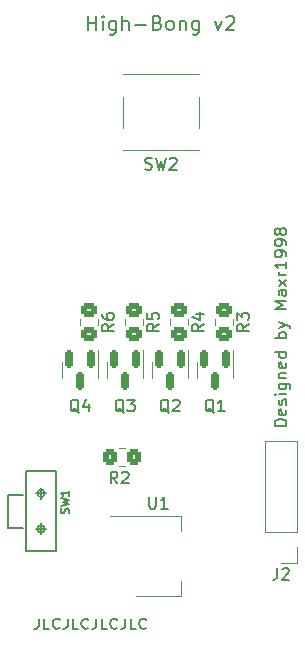
<source format=gto>
G04 #@! TF.GenerationSoftware,KiCad,Pcbnew,(6.0.5)*
G04 #@! TF.CreationDate,2022-05-11T01:06:37+02:00*
G04 #@! TF.ProjectId,HighBong_V2,48696768-426f-46e6-975f-56322e6b6963,rev?*
G04 #@! TF.SameCoordinates,Original*
G04 #@! TF.FileFunction,Legend,Top*
G04 #@! TF.FilePolarity,Positive*
%FSLAX46Y46*%
G04 Gerber Fmt 4.6, Leading zero omitted, Abs format (unit mm)*
G04 Created by KiCad (PCBNEW (6.0.5)) date 2022-05-11 01:06:37*
%MOMM*%
%LPD*%
G01*
G04 APERTURE LIST*
G04 Aperture macros list*
%AMRoundRect*
0 Rectangle with rounded corners*
0 $1 Rounding radius*
0 $2 $3 $4 $5 $6 $7 $8 $9 X,Y pos of 4 corners*
0 Add a 4 corners polygon primitive as box body*
4,1,4,$2,$3,$4,$5,$6,$7,$8,$9,$2,$3,0*
0 Add four circle primitives for the rounded corners*
1,1,$1+$1,$2,$3*
1,1,$1+$1,$4,$5*
1,1,$1+$1,$6,$7*
1,1,$1+$1,$8,$9*
0 Add four rect primitives between the rounded corners*
20,1,$1+$1,$2,$3,$4,$5,0*
20,1,$1+$1,$4,$5,$6,$7,0*
20,1,$1+$1,$6,$7,$8,$9,0*
20,1,$1+$1,$8,$9,$2,$3,0*%
G04 Aperture macros list end*
%ADD10C,0.200000*%
%ADD11C,0.160000*%
%ADD12C,0.150000*%
%ADD13C,0.120000*%
%ADD14C,0.203200*%
%ADD15C,0.127000*%
%ADD16RoundRect,0.250000X-0.350000X-0.450000X0.350000X-0.450000X0.350000X0.450000X-0.350000X0.450000X0*%
%ADD17R,1.700000X1.700000*%
%ADD18O,1.700000X1.700000*%
%ADD19RoundRect,0.150000X-0.150000X0.587500X-0.150000X-0.587500X0.150000X-0.587500X0.150000X0.587500X0*%
%ADD20RoundRect,0.250000X-0.450000X0.350000X-0.450000X-0.350000X0.450000X-0.350000X0.450000X0.350000X0*%
%ADD21R,1.550000X1.300000*%
%ADD22R,1.498600X0.698500*%
%ADD23R,0.797560X0.998220*%
%ADD24R,2.000000X1.500000*%
%ADD25R,2.000000X3.800000*%
G04 APERTURE END LIST*
D10*
X105828571Y-103042857D02*
X105828571Y-101842857D01*
X105828571Y-102414285D02*
X106514285Y-102414285D01*
X106514285Y-103042857D02*
X106514285Y-101842857D01*
X107085714Y-103042857D02*
X107085714Y-102242857D01*
X107085714Y-101842857D02*
X107028571Y-101900000D01*
X107085714Y-101957142D01*
X107142857Y-101900000D01*
X107085714Y-101842857D01*
X107085714Y-101957142D01*
X108171428Y-102242857D02*
X108171428Y-103214285D01*
X108114285Y-103328571D01*
X108057142Y-103385714D01*
X107942857Y-103442857D01*
X107771428Y-103442857D01*
X107657142Y-103385714D01*
X108171428Y-102985714D02*
X108057142Y-103042857D01*
X107828571Y-103042857D01*
X107714285Y-102985714D01*
X107657142Y-102928571D01*
X107600000Y-102814285D01*
X107600000Y-102471428D01*
X107657142Y-102357142D01*
X107714285Y-102300000D01*
X107828571Y-102242857D01*
X108057142Y-102242857D01*
X108171428Y-102300000D01*
X108742857Y-103042857D02*
X108742857Y-101842857D01*
X109257142Y-103042857D02*
X109257142Y-102414285D01*
X109200000Y-102300000D01*
X109085714Y-102242857D01*
X108914285Y-102242857D01*
X108800000Y-102300000D01*
X108742857Y-102357142D01*
X109828571Y-102585714D02*
X110742857Y-102585714D01*
X111714285Y-102414285D02*
X111885714Y-102471428D01*
X111942857Y-102528571D01*
X112000000Y-102642857D01*
X112000000Y-102814285D01*
X111942857Y-102928571D01*
X111885714Y-102985714D01*
X111771428Y-103042857D01*
X111314285Y-103042857D01*
X111314285Y-101842857D01*
X111714285Y-101842857D01*
X111828571Y-101900000D01*
X111885714Y-101957142D01*
X111942857Y-102071428D01*
X111942857Y-102185714D01*
X111885714Y-102300000D01*
X111828571Y-102357142D01*
X111714285Y-102414285D01*
X111314285Y-102414285D01*
X112685714Y-103042857D02*
X112571428Y-102985714D01*
X112514285Y-102928571D01*
X112457142Y-102814285D01*
X112457142Y-102471428D01*
X112514285Y-102357142D01*
X112571428Y-102300000D01*
X112685714Y-102242857D01*
X112857142Y-102242857D01*
X112971428Y-102300000D01*
X113028571Y-102357142D01*
X113085714Y-102471428D01*
X113085714Y-102814285D01*
X113028571Y-102928571D01*
X112971428Y-102985714D01*
X112857142Y-103042857D01*
X112685714Y-103042857D01*
X113600000Y-102242857D02*
X113600000Y-103042857D01*
X113600000Y-102357142D02*
X113657142Y-102300000D01*
X113771428Y-102242857D01*
X113942857Y-102242857D01*
X114057142Y-102300000D01*
X114114285Y-102414285D01*
X114114285Y-103042857D01*
X115200000Y-102242857D02*
X115200000Y-103214285D01*
X115142857Y-103328571D01*
X115085714Y-103385714D01*
X114971428Y-103442857D01*
X114800000Y-103442857D01*
X114685714Y-103385714D01*
X115200000Y-102985714D02*
X115085714Y-103042857D01*
X114857142Y-103042857D01*
X114742857Y-102985714D01*
X114685714Y-102928571D01*
X114628571Y-102814285D01*
X114628571Y-102471428D01*
X114685714Y-102357142D01*
X114742857Y-102300000D01*
X114857142Y-102242857D01*
X115085714Y-102242857D01*
X115200000Y-102300000D01*
X116571428Y-102242857D02*
X116857142Y-103042857D01*
X117142857Y-102242857D01*
X117542857Y-101957142D02*
X117600000Y-101900000D01*
X117714285Y-101842857D01*
X118000000Y-101842857D01*
X118114285Y-101900000D01*
X118171428Y-101957142D01*
X118228571Y-102071428D01*
X118228571Y-102185714D01*
X118171428Y-102357142D01*
X117485714Y-103042857D01*
X118228571Y-103042857D01*
D11*
X101656904Y-152874323D02*
X101656904Y-153481466D01*
X101611666Y-153602895D01*
X101521190Y-153683847D01*
X101385476Y-153724323D01*
X101295000Y-153724323D01*
X102561666Y-153724323D02*
X102109285Y-153724323D01*
X102109285Y-152874323D01*
X103421190Y-153643371D02*
X103375952Y-153683847D01*
X103240238Y-153724323D01*
X103149761Y-153724323D01*
X103014047Y-153683847D01*
X102923571Y-153602895D01*
X102878333Y-153521942D01*
X102833095Y-153360038D01*
X102833095Y-153238609D01*
X102878333Y-153076704D01*
X102923571Y-152995752D01*
X103014047Y-152914800D01*
X103149761Y-152874323D01*
X103240238Y-152874323D01*
X103375952Y-152914800D01*
X103421190Y-152955276D01*
X104099761Y-152874323D02*
X104099761Y-153481466D01*
X104054523Y-153602895D01*
X103964047Y-153683847D01*
X103828333Y-153724323D01*
X103737857Y-153724323D01*
X105004523Y-153724323D02*
X104552142Y-153724323D01*
X104552142Y-152874323D01*
X105864047Y-153643371D02*
X105818809Y-153683847D01*
X105683095Y-153724323D01*
X105592619Y-153724323D01*
X105456904Y-153683847D01*
X105366428Y-153602895D01*
X105321190Y-153521942D01*
X105275952Y-153360038D01*
X105275952Y-153238609D01*
X105321190Y-153076704D01*
X105366428Y-152995752D01*
X105456904Y-152914800D01*
X105592619Y-152874323D01*
X105683095Y-152874323D01*
X105818809Y-152914800D01*
X105864047Y-152955276D01*
X106542619Y-152874323D02*
X106542619Y-153481466D01*
X106497380Y-153602895D01*
X106406904Y-153683847D01*
X106271190Y-153724323D01*
X106180714Y-153724323D01*
X107447380Y-153724323D02*
X106995000Y-153724323D01*
X106995000Y-152874323D01*
X108306904Y-153643371D02*
X108261666Y-153683847D01*
X108125952Y-153724323D01*
X108035476Y-153724323D01*
X107899761Y-153683847D01*
X107809285Y-153602895D01*
X107764047Y-153521942D01*
X107718809Y-153360038D01*
X107718809Y-153238609D01*
X107764047Y-153076704D01*
X107809285Y-152995752D01*
X107899761Y-152914800D01*
X108035476Y-152874323D01*
X108125952Y-152874323D01*
X108261666Y-152914800D01*
X108306904Y-152955276D01*
X108985476Y-152874323D02*
X108985476Y-153481466D01*
X108940238Y-153602895D01*
X108849761Y-153683847D01*
X108714047Y-153724323D01*
X108623571Y-153724323D01*
X109890238Y-153724323D02*
X109437857Y-153724323D01*
X109437857Y-152874323D01*
X110749761Y-153643371D02*
X110704523Y-153683847D01*
X110568809Y-153724323D01*
X110478333Y-153724323D01*
X110342619Y-153683847D01*
X110252142Y-153602895D01*
X110206904Y-153521942D01*
X110161666Y-153360038D01*
X110161666Y-153238609D01*
X110206904Y-153076704D01*
X110252142Y-152995752D01*
X110342619Y-152914800D01*
X110478333Y-152874323D01*
X110568809Y-152874323D01*
X110704523Y-152914800D01*
X110749761Y-152955276D01*
X122627380Y-136557142D02*
X121627380Y-136557142D01*
X121627380Y-136319047D01*
X121675000Y-136176190D01*
X121770238Y-136080952D01*
X121865476Y-136033333D01*
X122055952Y-135985714D01*
X122198809Y-135985714D01*
X122389285Y-136033333D01*
X122484523Y-136080952D01*
X122579761Y-136176190D01*
X122627380Y-136319047D01*
X122627380Y-136557142D01*
X122579761Y-135176190D02*
X122627380Y-135271428D01*
X122627380Y-135461904D01*
X122579761Y-135557142D01*
X122484523Y-135604761D01*
X122103571Y-135604761D01*
X122008333Y-135557142D01*
X121960714Y-135461904D01*
X121960714Y-135271428D01*
X122008333Y-135176190D01*
X122103571Y-135128571D01*
X122198809Y-135128571D01*
X122294047Y-135604761D01*
X122579761Y-134747619D02*
X122627380Y-134652380D01*
X122627380Y-134461904D01*
X122579761Y-134366666D01*
X122484523Y-134319047D01*
X122436904Y-134319047D01*
X122341666Y-134366666D01*
X122294047Y-134461904D01*
X122294047Y-134604761D01*
X122246428Y-134700000D01*
X122151190Y-134747619D01*
X122103571Y-134747619D01*
X122008333Y-134700000D01*
X121960714Y-134604761D01*
X121960714Y-134461904D01*
X122008333Y-134366666D01*
X122627380Y-133890476D02*
X121960714Y-133890476D01*
X121627380Y-133890476D02*
X121675000Y-133938095D01*
X121722619Y-133890476D01*
X121675000Y-133842857D01*
X121627380Y-133890476D01*
X121722619Y-133890476D01*
X121960714Y-132985714D02*
X122770238Y-132985714D01*
X122865476Y-133033333D01*
X122913095Y-133080952D01*
X122960714Y-133176190D01*
X122960714Y-133319047D01*
X122913095Y-133414285D01*
X122579761Y-132985714D02*
X122627380Y-133080952D01*
X122627380Y-133271428D01*
X122579761Y-133366666D01*
X122532142Y-133414285D01*
X122436904Y-133461904D01*
X122151190Y-133461904D01*
X122055952Y-133414285D01*
X122008333Y-133366666D01*
X121960714Y-133271428D01*
X121960714Y-133080952D01*
X122008333Y-132985714D01*
X121960714Y-132509523D02*
X122627380Y-132509523D01*
X122055952Y-132509523D02*
X122008333Y-132461904D01*
X121960714Y-132366666D01*
X121960714Y-132223809D01*
X122008333Y-132128571D01*
X122103571Y-132080952D01*
X122627380Y-132080952D01*
X122579761Y-131223809D02*
X122627380Y-131319047D01*
X122627380Y-131509523D01*
X122579761Y-131604761D01*
X122484523Y-131652380D01*
X122103571Y-131652380D01*
X122008333Y-131604761D01*
X121960714Y-131509523D01*
X121960714Y-131319047D01*
X122008333Y-131223809D01*
X122103571Y-131176190D01*
X122198809Y-131176190D01*
X122294047Y-131652380D01*
X122627380Y-130319047D02*
X121627380Y-130319047D01*
X122579761Y-130319047D02*
X122627380Y-130414285D01*
X122627380Y-130604761D01*
X122579761Y-130700000D01*
X122532142Y-130747619D01*
X122436904Y-130795238D01*
X122151190Y-130795238D01*
X122055952Y-130747619D01*
X122008333Y-130700000D01*
X121960714Y-130604761D01*
X121960714Y-130414285D01*
X122008333Y-130319047D01*
X122627380Y-129080952D02*
X121627380Y-129080952D01*
X122008333Y-129080952D02*
X121960714Y-128985714D01*
X121960714Y-128795238D01*
X122008333Y-128700000D01*
X122055952Y-128652380D01*
X122151190Y-128604761D01*
X122436904Y-128604761D01*
X122532142Y-128652380D01*
X122579761Y-128700000D01*
X122627380Y-128795238D01*
X122627380Y-128985714D01*
X122579761Y-129080952D01*
X121960714Y-128271428D02*
X122627380Y-128033333D01*
X121960714Y-127795238D02*
X122627380Y-128033333D01*
X122865476Y-128128571D01*
X122913095Y-128176190D01*
X122960714Y-128271428D01*
X122627380Y-126652380D02*
X121627380Y-126652380D01*
X122341666Y-126319047D01*
X121627380Y-125985714D01*
X122627380Y-125985714D01*
X122627380Y-125080952D02*
X122103571Y-125080952D01*
X122008333Y-125128571D01*
X121960714Y-125223809D01*
X121960714Y-125414285D01*
X122008333Y-125509523D01*
X122579761Y-125080952D02*
X122627380Y-125176190D01*
X122627380Y-125414285D01*
X122579761Y-125509523D01*
X122484523Y-125557142D01*
X122389285Y-125557142D01*
X122294047Y-125509523D01*
X122246428Y-125414285D01*
X122246428Y-125176190D01*
X122198809Y-125080952D01*
X122627380Y-124700000D02*
X121960714Y-124176190D01*
X121960714Y-124700000D02*
X122627380Y-124176190D01*
X122627380Y-123795238D02*
X121960714Y-123795238D01*
X122151190Y-123795238D02*
X122055952Y-123747619D01*
X122008333Y-123700000D01*
X121960714Y-123604761D01*
X121960714Y-123509523D01*
X122627380Y-122652380D02*
X122627380Y-123223809D01*
X122627380Y-122938095D02*
X121627380Y-122938095D01*
X121770238Y-123033333D01*
X121865476Y-123128571D01*
X121913095Y-123223809D01*
X122627380Y-122176190D02*
X122627380Y-121985714D01*
X122579761Y-121890476D01*
X122532142Y-121842857D01*
X122389285Y-121747619D01*
X122198809Y-121700000D01*
X121817857Y-121700000D01*
X121722619Y-121747619D01*
X121675000Y-121795238D01*
X121627380Y-121890476D01*
X121627380Y-122080952D01*
X121675000Y-122176190D01*
X121722619Y-122223809D01*
X121817857Y-122271428D01*
X122055952Y-122271428D01*
X122151190Y-122223809D01*
X122198809Y-122176190D01*
X122246428Y-122080952D01*
X122246428Y-121890476D01*
X122198809Y-121795238D01*
X122151190Y-121747619D01*
X122055952Y-121700000D01*
X122627380Y-121223809D02*
X122627380Y-121033333D01*
X122579761Y-120938095D01*
X122532142Y-120890476D01*
X122389285Y-120795238D01*
X122198809Y-120747619D01*
X121817857Y-120747619D01*
X121722619Y-120795238D01*
X121675000Y-120842857D01*
X121627380Y-120938095D01*
X121627380Y-121128571D01*
X121675000Y-121223809D01*
X121722619Y-121271428D01*
X121817857Y-121319047D01*
X122055952Y-121319047D01*
X122151190Y-121271428D01*
X122198809Y-121223809D01*
X122246428Y-121128571D01*
X122246428Y-120938095D01*
X122198809Y-120842857D01*
X122151190Y-120795238D01*
X122055952Y-120747619D01*
X122055952Y-120176190D02*
X122008333Y-120271428D01*
X121960714Y-120319047D01*
X121865476Y-120366666D01*
X121817857Y-120366666D01*
X121722619Y-120319047D01*
X121675000Y-120271428D01*
X121627380Y-120176190D01*
X121627380Y-119985714D01*
X121675000Y-119890476D01*
X121722619Y-119842857D01*
X121817857Y-119795238D01*
X121865476Y-119795238D01*
X121960714Y-119842857D01*
X122008333Y-119890476D01*
X122055952Y-119985714D01*
X122055952Y-120176190D01*
X122103571Y-120271428D01*
X122151190Y-120319047D01*
X122246428Y-120366666D01*
X122436904Y-120366666D01*
X122532142Y-120319047D01*
X122579761Y-120271428D01*
X122627380Y-120176190D01*
X122627380Y-119985714D01*
X122579761Y-119890476D01*
X122532142Y-119842857D01*
X122436904Y-119795238D01*
X122246428Y-119795238D01*
X122151190Y-119842857D01*
X122103571Y-119890476D01*
X122055952Y-119985714D01*
D12*
X108318269Y-141422380D02*
X107984936Y-140946190D01*
X107746840Y-141422380D02*
X107746840Y-140422380D01*
X108127793Y-140422380D01*
X108223031Y-140470000D01*
X108270650Y-140517619D01*
X108318269Y-140612857D01*
X108318269Y-140755714D01*
X108270650Y-140850952D01*
X108223031Y-140898571D01*
X108127793Y-140946190D01*
X107746840Y-140946190D01*
X108699221Y-140517619D02*
X108746840Y-140470000D01*
X108842078Y-140422380D01*
X109080174Y-140422380D01*
X109175412Y-140470000D01*
X109223031Y-140517619D01*
X109270650Y-140612857D01*
X109270650Y-140708095D01*
X109223031Y-140850952D01*
X108651602Y-141422380D01*
X109270650Y-141422380D01*
X121840666Y-148584380D02*
X121840666Y-149298666D01*
X121793047Y-149441523D01*
X121697809Y-149536761D01*
X121554952Y-149584380D01*
X121459714Y-149584380D01*
X122269238Y-148679619D02*
X122316857Y-148632000D01*
X122412095Y-148584380D01*
X122650190Y-148584380D01*
X122745428Y-148632000D01*
X122793047Y-148679619D01*
X122840666Y-148774857D01*
X122840666Y-148870095D01*
X122793047Y-149012952D01*
X122221619Y-149584380D01*
X122840666Y-149584380D01*
X108870761Y-135421619D02*
X108775523Y-135374000D01*
X108680285Y-135278761D01*
X108537428Y-135135904D01*
X108442190Y-135088285D01*
X108346952Y-135088285D01*
X108394571Y-135326380D02*
X108299333Y-135278761D01*
X108204095Y-135183523D01*
X108156476Y-134993047D01*
X108156476Y-134659714D01*
X108204095Y-134469238D01*
X108299333Y-134374000D01*
X108394571Y-134326380D01*
X108585047Y-134326380D01*
X108680285Y-134374000D01*
X108775523Y-134469238D01*
X108823142Y-134659714D01*
X108823142Y-134993047D01*
X108775523Y-135183523D01*
X108680285Y-135278761D01*
X108585047Y-135326380D01*
X108394571Y-135326380D01*
X109156476Y-134326380D02*
X109775523Y-134326380D01*
X109442190Y-134707333D01*
X109585047Y-134707333D01*
X109680285Y-134754952D01*
X109727904Y-134802571D01*
X109775523Y-134897809D01*
X109775523Y-135135904D01*
X109727904Y-135231142D01*
X109680285Y-135278761D01*
X109585047Y-135326380D01*
X109299333Y-135326380D01*
X109204095Y-135278761D01*
X109156476Y-135231142D01*
X115640380Y-127928666D02*
X115164190Y-128262000D01*
X115640380Y-128500095D02*
X114640380Y-128500095D01*
X114640380Y-128119142D01*
X114688000Y-128023904D01*
X114735619Y-127976285D01*
X114830857Y-127928666D01*
X114973714Y-127928666D01*
X115068952Y-127976285D01*
X115116571Y-128023904D01*
X115164190Y-128119142D01*
X115164190Y-128500095D01*
X114973714Y-127071523D02*
X115640380Y-127071523D01*
X114592761Y-127309619D02*
X115307047Y-127547714D01*
X115307047Y-126928666D01*
X110666666Y-114804761D02*
X110809523Y-114852380D01*
X111047619Y-114852380D01*
X111142857Y-114804761D01*
X111190476Y-114757142D01*
X111238095Y-114661904D01*
X111238095Y-114566666D01*
X111190476Y-114471428D01*
X111142857Y-114423809D01*
X111047619Y-114376190D01*
X110857142Y-114328571D01*
X110761904Y-114280952D01*
X110714285Y-114233333D01*
X110666666Y-114138095D01*
X110666666Y-114042857D01*
X110714285Y-113947619D01*
X110761904Y-113900000D01*
X110857142Y-113852380D01*
X111095238Y-113852380D01*
X111238095Y-113900000D01*
X111571428Y-113852380D02*
X111809523Y-114852380D01*
X112000000Y-114138095D01*
X112190476Y-114852380D01*
X112428571Y-113852380D01*
X112761904Y-113947619D02*
X112809523Y-113900000D01*
X112904761Y-113852380D01*
X113142857Y-113852380D01*
X113238095Y-113900000D01*
X113285714Y-113947619D01*
X113333333Y-114042857D01*
X113333333Y-114138095D01*
X113285714Y-114280952D01*
X112714285Y-114852380D01*
X113333333Y-114852380D01*
X111830380Y-127912666D02*
X111354190Y-128246000D01*
X111830380Y-128484095D02*
X110830380Y-128484095D01*
X110830380Y-128103142D01*
X110878000Y-128007904D01*
X110925619Y-127960285D01*
X111020857Y-127912666D01*
X111163714Y-127912666D01*
X111258952Y-127960285D01*
X111306571Y-128007904D01*
X111354190Y-128103142D01*
X111354190Y-128484095D01*
X110830380Y-127007904D02*
X110830380Y-127484095D01*
X111306571Y-127531714D01*
X111258952Y-127484095D01*
X111211333Y-127388857D01*
X111211333Y-127150761D01*
X111258952Y-127055523D01*
X111306571Y-127007904D01*
X111401809Y-126960285D01*
X111639904Y-126960285D01*
X111735142Y-127007904D01*
X111782761Y-127055523D01*
X111830380Y-127150761D01*
X111830380Y-127388857D01*
X111782761Y-127484095D01*
X111735142Y-127531714D01*
X104183333Y-143933333D02*
X104216666Y-143833333D01*
X104216666Y-143666666D01*
X104183333Y-143600000D01*
X104150000Y-143566666D01*
X104083333Y-143533333D01*
X104016666Y-143533333D01*
X103950000Y-143566666D01*
X103916666Y-143600000D01*
X103883333Y-143666666D01*
X103850000Y-143800000D01*
X103816666Y-143866666D01*
X103783333Y-143900000D01*
X103716666Y-143933333D01*
X103650000Y-143933333D01*
X103583333Y-143900000D01*
X103550000Y-143866666D01*
X103516666Y-143800000D01*
X103516666Y-143633333D01*
X103550000Y-143533333D01*
X103516666Y-143300000D02*
X104216666Y-143133333D01*
X103716666Y-143000000D01*
X104216666Y-142866666D01*
X103516666Y-142700000D01*
X104216666Y-142066666D02*
X104216666Y-142466666D01*
X104216666Y-142266666D02*
X103516666Y-142266666D01*
X103616666Y-142333333D01*
X103683333Y-142400000D01*
X103716666Y-142466666D01*
X108020380Y-127928666D02*
X107544190Y-128262000D01*
X108020380Y-128500095D02*
X107020380Y-128500095D01*
X107020380Y-128119142D01*
X107068000Y-128023904D01*
X107115619Y-127976285D01*
X107210857Y-127928666D01*
X107353714Y-127928666D01*
X107448952Y-127976285D01*
X107496571Y-128023904D01*
X107544190Y-128119142D01*
X107544190Y-128500095D01*
X107020380Y-127071523D02*
X107020380Y-127262000D01*
X107068000Y-127357238D01*
X107115619Y-127404857D01*
X107258476Y-127500095D01*
X107448952Y-127547714D01*
X107829904Y-127547714D01*
X107925142Y-127500095D01*
X107972761Y-127452476D01*
X108020380Y-127357238D01*
X108020380Y-127166761D01*
X107972761Y-127071523D01*
X107925142Y-127023904D01*
X107829904Y-126976285D01*
X107591809Y-126976285D01*
X107496571Y-127023904D01*
X107448952Y-127071523D01*
X107401333Y-127166761D01*
X107401333Y-127357238D01*
X107448952Y-127452476D01*
X107496571Y-127500095D01*
X107591809Y-127547714D01*
X110998095Y-142552380D02*
X110998095Y-143361904D01*
X111045714Y-143457142D01*
X111093333Y-143504761D01*
X111188571Y-143552380D01*
X111379047Y-143552380D01*
X111474285Y-143504761D01*
X111521904Y-143457142D01*
X111569523Y-143361904D01*
X111569523Y-142552380D01*
X112569523Y-143552380D02*
X111998095Y-143552380D01*
X112283809Y-143552380D02*
X112283809Y-142552380D01*
X112188571Y-142695238D01*
X112093333Y-142790476D01*
X111998095Y-142838095D01*
X105060761Y-135421619D02*
X104965523Y-135374000D01*
X104870285Y-135278761D01*
X104727428Y-135135904D01*
X104632190Y-135088285D01*
X104536952Y-135088285D01*
X104584571Y-135326380D02*
X104489333Y-135278761D01*
X104394095Y-135183523D01*
X104346476Y-134993047D01*
X104346476Y-134659714D01*
X104394095Y-134469238D01*
X104489333Y-134374000D01*
X104584571Y-134326380D01*
X104775047Y-134326380D01*
X104870285Y-134374000D01*
X104965523Y-134469238D01*
X105013142Y-134659714D01*
X105013142Y-134993047D01*
X104965523Y-135183523D01*
X104870285Y-135278761D01*
X104775047Y-135326380D01*
X104584571Y-135326380D01*
X105870285Y-134659714D02*
X105870285Y-135326380D01*
X105632190Y-134278761D02*
X105394095Y-134993047D01*
X106013142Y-134993047D01*
X112680761Y-135421619D02*
X112585523Y-135374000D01*
X112490285Y-135278761D01*
X112347428Y-135135904D01*
X112252190Y-135088285D01*
X112156952Y-135088285D01*
X112204571Y-135326380D02*
X112109333Y-135278761D01*
X112014095Y-135183523D01*
X111966476Y-134993047D01*
X111966476Y-134659714D01*
X112014095Y-134469238D01*
X112109333Y-134374000D01*
X112204571Y-134326380D01*
X112395047Y-134326380D01*
X112490285Y-134374000D01*
X112585523Y-134469238D01*
X112633142Y-134659714D01*
X112633142Y-134993047D01*
X112585523Y-135183523D01*
X112490285Y-135278761D01*
X112395047Y-135326380D01*
X112204571Y-135326380D01*
X113014095Y-134421619D02*
X113061714Y-134374000D01*
X113156952Y-134326380D01*
X113395047Y-134326380D01*
X113490285Y-134374000D01*
X113537904Y-134421619D01*
X113585523Y-134516857D01*
X113585523Y-134612095D01*
X113537904Y-134754952D01*
X112966476Y-135326380D01*
X113585523Y-135326380D01*
X116490761Y-135421619D02*
X116395523Y-135374000D01*
X116300285Y-135278761D01*
X116157428Y-135135904D01*
X116062190Y-135088285D01*
X115966952Y-135088285D01*
X116014571Y-135326380D02*
X115919333Y-135278761D01*
X115824095Y-135183523D01*
X115776476Y-134993047D01*
X115776476Y-134659714D01*
X115824095Y-134469238D01*
X115919333Y-134374000D01*
X116014571Y-134326380D01*
X116205047Y-134326380D01*
X116300285Y-134374000D01*
X116395523Y-134469238D01*
X116443142Y-134659714D01*
X116443142Y-134993047D01*
X116395523Y-135183523D01*
X116300285Y-135278761D01*
X116205047Y-135326380D01*
X116014571Y-135326380D01*
X117395523Y-135326380D02*
X116824095Y-135326380D01*
X117109809Y-135326380D02*
X117109809Y-134326380D01*
X117014571Y-134469238D01*
X116919333Y-134564476D01*
X116824095Y-134612095D01*
X119450380Y-127928666D02*
X118974190Y-128262000D01*
X119450380Y-128500095D02*
X118450380Y-128500095D01*
X118450380Y-128119142D01*
X118498000Y-128023904D01*
X118545619Y-127976285D01*
X118640857Y-127928666D01*
X118783714Y-127928666D01*
X118878952Y-127976285D01*
X118926571Y-128023904D01*
X118974190Y-128119142D01*
X118974190Y-128500095D01*
X118450380Y-127595333D02*
X118450380Y-126976285D01*
X118831333Y-127309619D01*
X118831333Y-127166761D01*
X118878952Y-127071523D01*
X118926571Y-127023904D01*
X119021809Y-126976285D01*
X119259904Y-126976285D01*
X119355142Y-127023904D01*
X119402761Y-127071523D01*
X119450380Y-127166761D01*
X119450380Y-127452476D01*
X119402761Y-127547714D01*
X119355142Y-127595333D01*
D13*
X108484936Y-138457000D02*
X108939064Y-138457000D01*
X108484936Y-139927000D02*
X108939064Y-139927000D01*
X123504000Y-148132000D02*
X122174000Y-148132000D01*
X123504000Y-137852000D02*
X120844000Y-137852000D01*
X123504000Y-146802000D02*
X123504000Y-148132000D01*
X123504000Y-145532000D02*
X120844000Y-145532000D01*
X123504000Y-145532000D02*
X123504000Y-137852000D01*
X120844000Y-145532000D02*
X120844000Y-137852000D01*
X110526000Y-131826000D02*
X110526000Y-132476000D01*
X107406000Y-131826000D02*
X107406000Y-132476000D01*
X107406000Y-131826000D02*
X107406000Y-131176000D01*
X110526000Y-131826000D02*
X110526000Y-130151000D01*
X114273000Y-127534936D02*
X114273000Y-127989064D01*
X112803000Y-127534936D02*
X112803000Y-127989064D01*
X115230000Y-106770000D02*
X115230000Y-106800000D01*
X108770000Y-113230000D02*
X108770000Y-113200000D01*
X108770000Y-106770000D02*
X108770000Y-106800000D01*
X115230000Y-113230000D02*
X108770000Y-113230000D01*
X115230000Y-113200000D02*
X115230000Y-113230000D01*
X108770000Y-111300000D02*
X108770000Y-108700000D01*
X115230000Y-111300000D02*
X115230000Y-108700000D01*
X115230000Y-106770000D02*
X108770000Y-106770000D01*
X110463000Y-127518936D02*
X110463000Y-127973064D01*
X108993000Y-127518936D02*
X108993000Y-127973064D01*
D14*
X103151940Y-147111720D02*
X100556060Y-147111720D01*
D15*
X101854000Y-141815820D02*
X101854000Y-142714980D01*
D14*
X100556060Y-140416280D02*
X103151940Y-140416280D01*
D15*
X100355400Y-145163540D02*
X99054920Y-145163540D01*
D14*
X103151940Y-140416280D02*
X103151940Y-147111720D01*
D15*
X99054920Y-142364460D02*
X100355400Y-142364460D01*
X101404420Y-145262600D02*
X102303580Y-145262600D01*
D14*
X100556060Y-147111720D02*
X100556060Y-140416280D01*
D15*
X101854000Y-144813020D02*
X101854000Y-145712180D01*
X99054920Y-145163540D02*
X99054920Y-142364460D01*
X101404420Y-142265400D02*
X102303580Y-142265400D01*
X102170105Y-145262600D02*
G75*
G03*
X102170105Y-145262600I-316105J0D01*
G01*
X102170105Y-142265400D02*
G75*
G03*
X102170105Y-142265400I-316105J0D01*
G01*
D13*
X106653000Y-127534936D02*
X106653000Y-127989064D01*
X105183000Y-127534936D02*
X105183000Y-127989064D01*
X109910000Y-150984000D02*
X113670000Y-150984000D01*
X107660000Y-144164000D02*
X113670000Y-144164000D01*
X113670000Y-144164000D02*
X113670000Y-145424000D01*
X113670000Y-150984000D02*
X113670000Y-149724000D01*
X103596000Y-131826000D02*
X103596000Y-132476000D01*
X106716000Y-131826000D02*
X106716000Y-132476000D01*
X103596000Y-131826000D02*
X103596000Y-131176000D01*
X106716000Y-131826000D02*
X106716000Y-130151000D01*
X114336000Y-131826000D02*
X114336000Y-130151000D01*
X111216000Y-131826000D02*
X111216000Y-131176000D01*
X114336000Y-131826000D02*
X114336000Y-132476000D01*
X111216000Y-131826000D02*
X111216000Y-132476000D01*
X118146000Y-131826000D02*
X118146000Y-130151000D01*
X118146000Y-131826000D02*
X118146000Y-132476000D01*
X115026000Y-131826000D02*
X115026000Y-132476000D01*
X115026000Y-131826000D02*
X115026000Y-131176000D01*
X118083000Y-127534936D02*
X118083000Y-127989064D01*
X116613000Y-127534936D02*
X116613000Y-127989064D01*
%LPC*%
D16*
X107712000Y-139192000D03*
X109712000Y-139192000D03*
D17*
X122174000Y-146802000D03*
D18*
X122174000Y-144262000D03*
X122174000Y-141722000D03*
X122174000Y-139182000D03*
D19*
X109916000Y-130888500D03*
X108016000Y-130888500D03*
X108966000Y-132763500D03*
D20*
X113538000Y-126762000D03*
X113538000Y-128762000D03*
D21*
X108025000Y-112250000D03*
X115975000Y-112250000D03*
X115975000Y-107750000D03*
X108025000Y-107750000D03*
D20*
X109728000Y-126746000D03*
X109728000Y-128746000D03*
D22*
X104101900Y-141516100D03*
X104101900Y-144513300D03*
X104101900Y-146011900D03*
D23*
X102953820Y-139616180D03*
X100754180Y-147911820D03*
X100754180Y-139616180D03*
X102953820Y-147911820D03*
D20*
X105918000Y-126762000D03*
X105918000Y-128762000D03*
D24*
X108610000Y-145274000D03*
X108610000Y-147574000D03*
D25*
X114910000Y-147574000D03*
D24*
X108610000Y-149874000D03*
D19*
X106106000Y-130888500D03*
X104206000Y-130888500D03*
X105156000Y-132763500D03*
X113726000Y-130888500D03*
X111826000Y-130888500D03*
X112776000Y-132763500D03*
X117536000Y-130888500D03*
X115636000Y-130888500D03*
X116586000Y-132763500D03*
D20*
X117348000Y-126762000D03*
X117348000Y-128762000D03*
M02*

</source>
